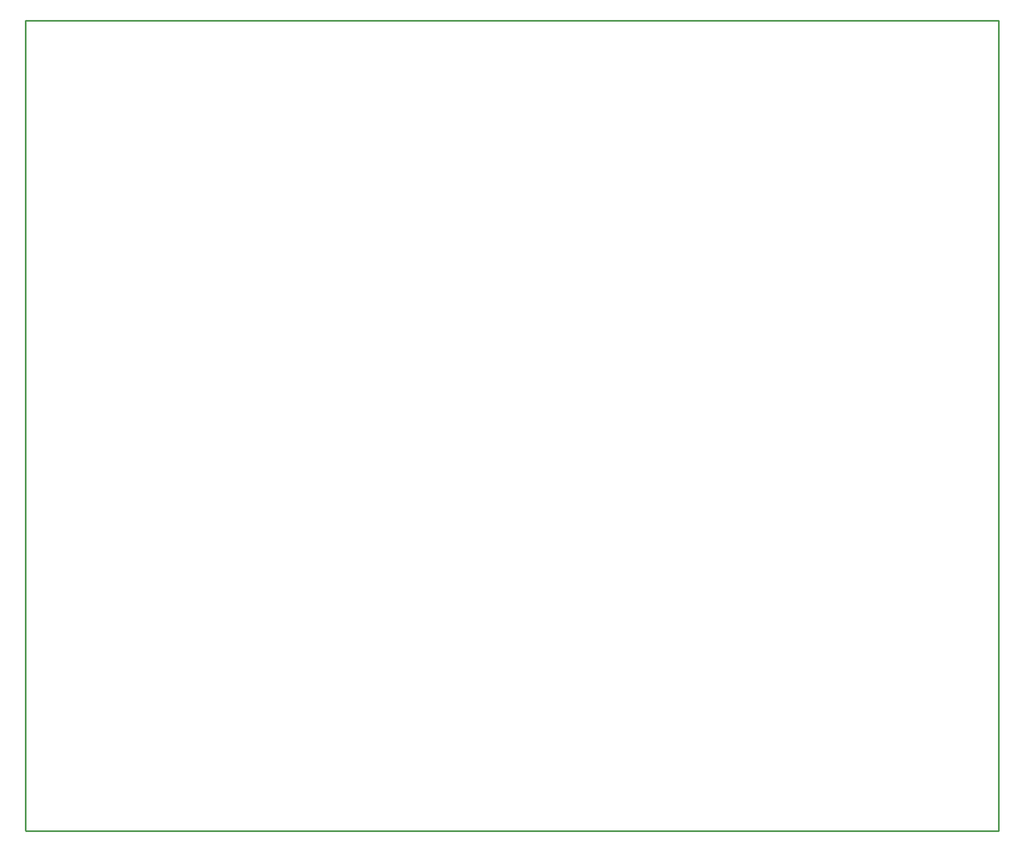
<source format=gko>
G04*
G04 #@! TF.GenerationSoftware,Altium Limited,Altium Designer,20.1.8 (145)*
G04*
G04 Layer_Color=16711935*
%FSLAX25Y25*%
%MOIN*%
G70*
G04*
G04 #@! TF.SameCoordinates,44B5AA11-E380-4430-9A95-22E2941CD606*
G04*
G04*
G04 #@! TF.FilePolarity,Positive*
G04*
G01*
G75*
%ADD16C,0.01000*%
D16*
X599606Y499606D02*
X599606Y394D01*
X0Y499606D02*
X599606Y499606D01*
X394Y394D02*
X599606D01*
X-0Y499606D02*
X0Y787D01*
X394Y394D01*
M02*

</source>
